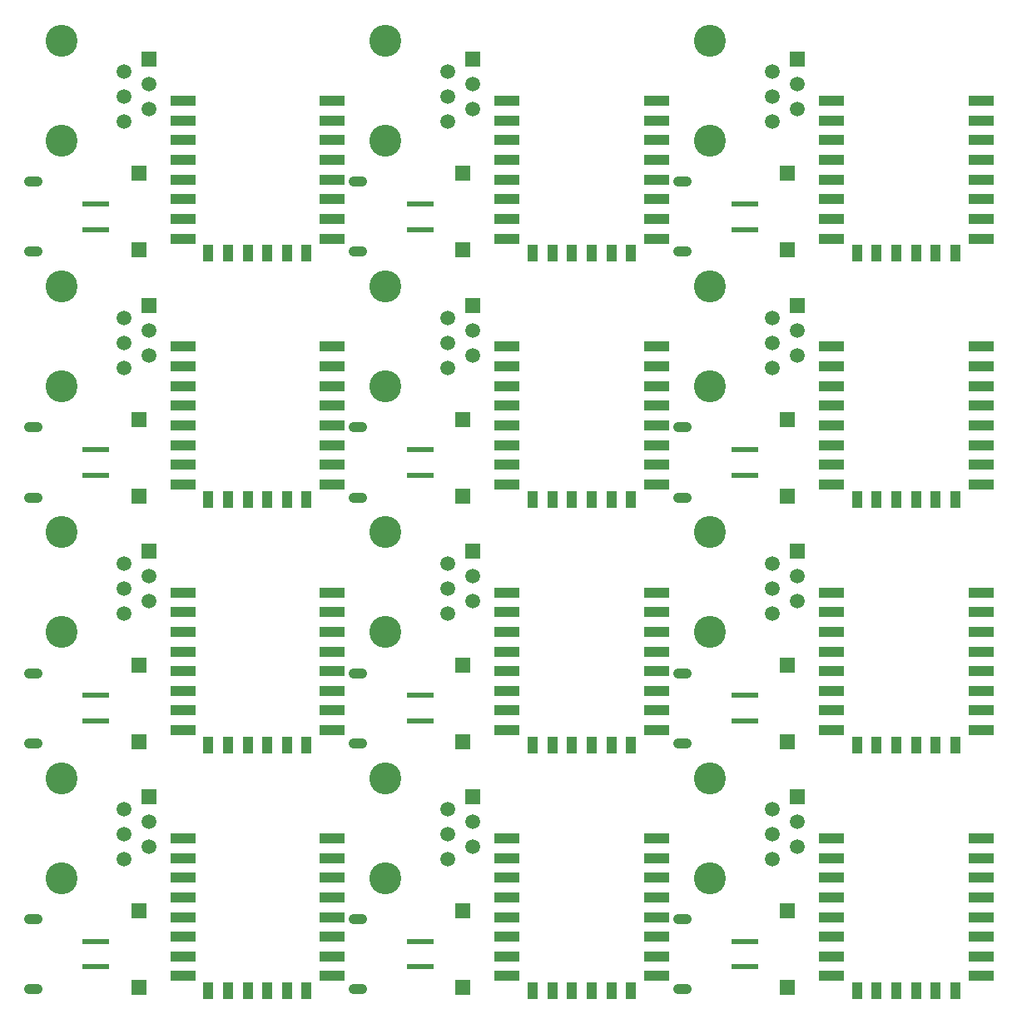
<source format=gbr>
%TF.GenerationSoftware,KiCad,Pcbnew,(5.1.9)-1*%
%TF.CreationDate,2021-08-15T14:18:07+02:00*%
%TF.ProjectId,IM350_AM550_5V_V3.0_multi,494d3335-305f-4414-9d35-35305f35565f,rev?*%
%TF.SameCoordinates,Original*%
%TF.FileFunction,Soldermask,Top*%
%TF.FilePolarity,Negative*%
%FSLAX46Y46*%
G04 Gerber Fmt 4.6, Leading zero omitted, Abs format (unit mm)*
G04 Created by KiCad (PCBNEW (5.1.9)-1) date 2021-08-15 14:18:07*
%MOMM*%
%LPD*%
G01*
G04 APERTURE LIST*
%ADD10R,2.500000X1.000000*%
%ADD11R,1.000000X1.800000*%
%ADD12R,2.800000X0.600000*%
%ADD13O,1.900000X1.050000*%
%ADD14R,1.500000X1.500000*%
%ADD15C,3.250000*%
%ADD16C,1.520000*%
%ADD17R,1.520000X1.520000*%
G04 APERTURE END LIST*
D10*
%TO.C,U2*%
X80675000Y-128725000D03*
X80675000Y-130725000D03*
X80675000Y-132725000D03*
X80675000Y-134725000D03*
X80675000Y-136725000D03*
X80675000Y-138725000D03*
X80675000Y-140725000D03*
X80675000Y-142725000D03*
D11*
X78075000Y-144225000D03*
X76075000Y-144225000D03*
X74075000Y-144225000D03*
X72075000Y-144225000D03*
X70075000Y-144225000D03*
X68075000Y-144225000D03*
D10*
X65475000Y-142725000D03*
X65475000Y-140725000D03*
X65475000Y-138725000D03*
X65475000Y-136725000D03*
X65475000Y-134725000D03*
X65475000Y-132725000D03*
X65475000Y-130725000D03*
X65475000Y-128725000D03*
%TD*%
D12*
%TO.C,J1*%
X56650000Y-139200000D03*
X56650000Y-141800000D03*
D13*
X50300000Y-136925000D03*
X50300000Y-144075000D03*
%TD*%
D14*
%TO.C,SW2*%
X94000000Y-136100000D03*
X94000000Y-143900000D03*
%TD*%
D15*
%TO.C,J2*%
X119110000Y-132750000D03*
D16*
X125460000Y-130850000D03*
X128000000Y-129580000D03*
X125460000Y-128310000D03*
X128000000Y-127040000D03*
X125460000Y-125770000D03*
D15*
X119110000Y-122590000D03*
D17*
X128000000Y-124500000D03*
%TD*%
D14*
%TO.C,SW2*%
X127000000Y-143900000D03*
X127000000Y-136100000D03*
%TD*%
D15*
%TO.C,J2*%
X53110000Y-132750000D03*
D16*
X59460000Y-130850000D03*
X62000000Y-129580000D03*
X59460000Y-128310000D03*
X62000000Y-127040000D03*
X59460000Y-125770000D03*
D15*
X53110000Y-122590000D03*
D17*
X62000000Y-124500000D03*
%TD*%
D14*
%TO.C,SW2*%
X61000000Y-143900000D03*
X61000000Y-136100000D03*
%TD*%
D10*
%TO.C,U2*%
X98475000Y-128725000D03*
X98475000Y-130725000D03*
X98475000Y-132725000D03*
X98475000Y-134725000D03*
X98475000Y-136725000D03*
X98475000Y-138725000D03*
X98475000Y-140725000D03*
X98475000Y-142725000D03*
D11*
X101075000Y-144225000D03*
X103075000Y-144225000D03*
X105075000Y-144225000D03*
X107075000Y-144225000D03*
X109075000Y-144225000D03*
X111075000Y-144225000D03*
D10*
X113675000Y-142725000D03*
X113675000Y-140725000D03*
X113675000Y-138725000D03*
X113675000Y-136725000D03*
X113675000Y-134725000D03*
X113675000Y-132725000D03*
X113675000Y-130725000D03*
X113675000Y-128725000D03*
%TD*%
%TO.C,U2*%
X146675000Y-128725000D03*
X146675000Y-130725000D03*
X146675000Y-132725000D03*
X146675000Y-134725000D03*
X146675000Y-136725000D03*
X146675000Y-138725000D03*
X146675000Y-140725000D03*
X146675000Y-142725000D03*
D11*
X144075000Y-144225000D03*
X142075000Y-144225000D03*
X140075000Y-144225000D03*
X138075000Y-144225000D03*
X136075000Y-144225000D03*
X134075000Y-144225000D03*
D10*
X131475000Y-142725000D03*
X131475000Y-140725000D03*
X131475000Y-138725000D03*
X131475000Y-136725000D03*
X131475000Y-134725000D03*
X131475000Y-132725000D03*
X131475000Y-130725000D03*
X131475000Y-128725000D03*
%TD*%
D17*
%TO.C,J2*%
X95000000Y-124500000D03*
D15*
X86110000Y-122590000D03*
D16*
X92460000Y-125770000D03*
X95000000Y-127040000D03*
X92460000Y-128310000D03*
X95000000Y-129580000D03*
X92460000Y-130850000D03*
D15*
X86110000Y-132750000D03*
%TD*%
D13*
%TO.C,J1*%
X83300000Y-144075000D03*
X83300000Y-136925000D03*
D12*
X89650000Y-141800000D03*
X89650000Y-139200000D03*
%TD*%
%TO.C,J1*%
X122650000Y-139200000D03*
X122650000Y-141800000D03*
D13*
X116300000Y-136925000D03*
X116300000Y-144075000D03*
%TD*%
D10*
%TO.C,U2*%
X65475000Y-103725000D03*
X65475000Y-105725000D03*
X65475000Y-107725000D03*
X65475000Y-109725000D03*
X65475000Y-111725000D03*
X65475000Y-113725000D03*
X65475000Y-115725000D03*
X65475000Y-117725000D03*
D11*
X68075000Y-119225000D03*
X70075000Y-119225000D03*
X72075000Y-119225000D03*
X74075000Y-119225000D03*
X76075000Y-119225000D03*
X78075000Y-119225000D03*
D10*
X80675000Y-117725000D03*
X80675000Y-115725000D03*
X80675000Y-113725000D03*
X80675000Y-111725000D03*
X80675000Y-109725000D03*
X80675000Y-107725000D03*
X80675000Y-105725000D03*
X80675000Y-103725000D03*
%TD*%
D13*
%TO.C,J1*%
X50300000Y-119075000D03*
X50300000Y-111925000D03*
D12*
X56650000Y-116800000D03*
X56650000Y-114200000D03*
%TD*%
D14*
%TO.C,SW2*%
X127000000Y-111100000D03*
X127000000Y-118900000D03*
%TD*%
D17*
%TO.C,J2*%
X62000000Y-99500000D03*
D15*
X53110000Y-97590000D03*
D16*
X59460000Y-100770000D03*
X62000000Y-102040000D03*
X59460000Y-103310000D03*
X62000000Y-104580000D03*
X59460000Y-105850000D03*
D15*
X53110000Y-107750000D03*
%TD*%
D17*
%TO.C,J2*%
X128000000Y-99500000D03*
D15*
X119110000Y-97590000D03*
D16*
X125460000Y-100770000D03*
X128000000Y-102040000D03*
X125460000Y-103310000D03*
X128000000Y-104580000D03*
X125460000Y-105850000D03*
D15*
X119110000Y-107750000D03*
%TD*%
D14*
%TO.C,SW2*%
X94000000Y-118900000D03*
X94000000Y-111100000D03*
%TD*%
%TO.C,SW2*%
X61000000Y-111100000D03*
X61000000Y-118900000D03*
%TD*%
D10*
%TO.C,U2*%
X113675000Y-103725000D03*
X113675000Y-105725000D03*
X113675000Y-107725000D03*
X113675000Y-109725000D03*
X113675000Y-111725000D03*
X113675000Y-113725000D03*
X113675000Y-115725000D03*
X113675000Y-117725000D03*
D11*
X111075000Y-119225000D03*
X109075000Y-119225000D03*
X107075000Y-119225000D03*
X105075000Y-119225000D03*
X103075000Y-119225000D03*
X101075000Y-119225000D03*
D10*
X98475000Y-117725000D03*
X98475000Y-115725000D03*
X98475000Y-113725000D03*
X98475000Y-111725000D03*
X98475000Y-109725000D03*
X98475000Y-107725000D03*
X98475000Y-105725000D03*
X98475000Y-103725000D03*
%TD*%
%TO.C,U2*%
X131475000Y-103725000D03*
X131475000Y-105725000D03*
X131475000Y-107725000D03*
X131475000Y-109725000D03*
X131475000Y-111725000D03*
X131475000Y-113725000D03*
X131475000Y-115725000D03*
X131475000Y-117725000D03*
D11*
X134075000Y-119225000D03*
X136075000Y-119225000D03*
X138075000Y-119225000D03*
X140075000Y-119225000D03*
X142075000Y-119225000D03*
X144075000Y-119225000D03*
D10*
X146675000Y-117725000D03*
X146675000Y-115725000D03*
X146675000Y-113725000D03*
X146675000Y-111725000D03*
X146675000Y-109725000D03*
X146675000Y-107725000D03*
X146675000Y-105725000D03*
X146675000Y-103725000D03*
%TD*%
D15*
%TO.C,J2*%
X86110000Y-107750000D03*
D16*
X92460000Y-105850000D03*
X95000000Y-104580000D03*
X92460000Y-103310000D03*
X95000000Y-102040000D03*
X92460000Y-100770000D03*
D15*
X86110000Y-97590000D03*
D17*
X95000000Y-99500000D03*
%TD*%
D13*
%TO.C,J1*%
X116300000Y-119075000D03*
X116300000Y-111925000D03*
D12*
X122650000Y-116800000D03*
X122650000Y-114200000D03*
%TD*%
%TO.C,J1*%
X89650000Y-114200000D03*
X89650000Y-116800000D03*
D13*
X83300000Y-111925000D03*
X83300000Y-119075000D03*
%TD*%
D10*
%TO.C,U2*%
X98475000Y-78725000D03*
X98475000Y-80725000D03*
X98475000Y-82725000D03*
X98475000Y-84725000D03*
X98475000Y-86725000D03*
X98475000Y-88725000D03*
X98475000Y-90725000D03*
X98475000Y-92725000D03*
D11*
X101075000Y-94225000D03*
X103075000Y-94225000D03*
X105075000Y-94225000D03*
X107075000Y-94225000D03*
X109075000Y-94225000D03*
X111075000Y-94225000D03*
D10*
X113675000Y-92725000D03*
X113675000Y-90725000D03*
X113675000Y-88725000D03*
X113675000Y-86725000D03*
X113675000Y-84725000D03*
X113675000Y-82725000D03*
X113675000Y-80725000D03*
X113675000Y-78725000D03*
%TD*%
D17*
%TO.C,J2*%
X95000000Y-74500000D03*
D15*
X86110000Y-72590000D03*
D16*
X92460000Y-75770000D03*
X95000000Y-77040000D03*
X92460000Y-78310000D03*
X95000000Y-79580000D03*
X92460000Y-80850000D03*
D15*
X86110000Y-82750000D03*
%TD*%
D13*
%TO.C,J1*%
X83300000Y-94075000D03*
X83300000Y-86925000D03*
D12*
X89650000Y-91800000D03*
X89650000Y-89200000D03*
%TD*%
%TO.C,J1*%
X122650000Y-89200000D03*
X122650000Y-91800000D03*
D13*
X116300000Y-86925000D03*
X116300000Y-94075000D03*
%TD*%
D10*
%TO.C,U2*%
X146675000Y-78725000D03*
X146675000Y-80725000D03*
X146675000Y-82725000D03*
X146675000Y-84725000D03*
X146675000Y-86725000D03*
X146675000Y-88725000D03*
X146675000Y-90725000D03*
X146675000Y-92725000D03*
D11*
X144075000Y-94225000D03*
X142075000Y-94225000D03*
X140075000Y-94225000D03*
X138075000Y-94225000D03*
X136075000Y-94225000D03*
X134075000Y-94225000D03*
D10*
X131475000Y-92725000D03*
X131475000Y-90725000D03*
X131475000Y-88725000D03*
X131475000Y-86725000D03*
X131475000Y-84725000D03*
X131475000Y-82725000D03*
X131475000Y-80725000D03*
X131475000Y-78725000D03*
%TD*%
D15*
%TO.C,J2*%
X119110000Y-82750000D03*
D16*
X125460000Y-80850000D03*
X128000000Y-79580000D03*
X125460000Y-78310000D03*
X128000000Y-77040000D03*
X125460000Y-75770000D03*
D15*
X119110000Y-72590000D03*
D17*
X128000000Y-74500000D03*
%TD*%
D14*
%TO.C,SW2*%
X127000000Y-93900000D03*
X127000000Y-86100000D03*
%TD*%
D12*
%TO.C,J1*%
X56650000Y-89200000D03*
X56650000Y-91800000D03*
D13*
X50300000Y-86925000D03*
X50300000Y-94075000D03*
%TD*%
D15*
%TO.C,J2*%
X53110000Y-82750000D03*
D16*
X59460000Y-80850000D03*
X62000000Y-79580000D03*
X59460000Y-78310000D03*
X62000000Y-77040000D03*
X59460000Y-75770000D03*
D15*
X53110000Y-72590000D03*
D17*
X62000000Y-74500000D03*
%TD*%
D10*
%TO.C,U2*%
X80675000Y-78725000D03*
X80675000Y-80725000D03*
X80675000Y-82725000D03*
X80675000Y-84725000D03*
X80675000Y-86725000D03*
X80675000Y-88725000D03*
X80675000Y-90725000D03*
X80675000Y-92725000D03*
D11*
X78075000Y-94225000D03*
X76075000Y-94225000D03*
X74075000Y-94225000D03*
X72075000Y-94225000D03*
X70075000Y-94225000D03*
X68075000Y-94225000D03*
D10*
X65475000Y-92725000D03*
X65475000Y-90725000D03*
X65475000Y-88725000D03*
X65475000Y-86725000D03*
X65475000Y-84725000D03*
X65475000Y-82725000D03*
X65475000Y-80725000D03*
X65475000Y-78725000D03*
%TD*%
D14*
%TO.C,SW2*%
X61000000Y-93900000D03*
X61000000Y-86100000D03*
%TD*%
%TO.C,SW2*%
X94000000Y-86100000D03*
X94000000Y-93900000D03*
%TD*%
D10*
%TO.C,U2*%
X131475000Y-53725000D03*
X131475000Y-55725000D03*
X131475000Y-57725000D03*
X131475000Y-59725000D03*
X131475000Y-61725000D03*
X131475000Y-63725000D03*
X131475000Y-65725000D03*
X131475000Y-67725000D03*
D11*
X134075000Y-69225000D03*
X136075000Y-69225000D03*
X138075000Y-69225000D03*
X140075000Y-69225000D03*
X142075000Y-69225000D03*
X144075000Y-69225000D03*
D10*
X146675000Y-67725000D03*
X146675000Y-65725000D03*
X146675000Y-63725000D03*
X146675000Y-61725000D03*
X146675000Y-59725000D03*
X146675000Y-57725000D03*
X146675000Y-55725000D03*
X146675000Y-53725000D03*
%TD*%
D17*
%TO.C,J2*%
X128000000Y-49500000D03*
D15*
X119110000Y-47590000D03*
D16*
X125460000Y-50770000D03*
X128000000Y-52040000D03*
X125460000Y-53310000D03*
X128000000Y-54580000D03*
X125460000Y-55850000D03*
D15*
X119110000Y-57750000D03*
%TD*%
D13*
%TO.C,J1*%
X116300000Y-69075000D03*
X116300000Y-61925000D03*
D12*
X122650000Y-66800000D03*
X122650000Y-64200000D03*
%TD*%
D14*
%TO.C,SW2*%
X127000000Y-61100000D03*
X127000000Y-68900000D03*
%TD*%
D12*
%TO.C,J1*%
X89650000Y-64200000D03*
X89650000Y-66800000D03*
D13*
X83300000Y-61925000D03*
X83300000Y-69075000D03*
%TD*%
D15*
%TO.C,J2*%
X86110000Y-57750000D03*
D16*
X92460000Y-55850000D03*
X95000000Y-54580000D03*
X92460000Y-53310000D03*
X95000000Y-52040000D03*
X92460000Y-50770000D03*
D15*
X86110000Y-47590000D03*
D17*
X95000000Y-49500000D03*
%TD*%
D10*
%TO.C,U2*%
X113675000Y-53725000D03*
X113675000Y-55725000D03*
X113675000Y-57725000D03*
X113675000Y-59725000D03*
X113675000Y-61725000D03*
X113675000Y-63725000D03*
X113675000Y-65725000D03*
X113675000Y-67725000D03*
D11*
X111075000Y-69225000D03*
X109075000Y-69225000D03*
X107075000Y-69225000D03*
X105075000Y-69225000D03*
X103075000Y-69225000D03*
X101075000Y-69225000D03*
D10*
X98475000Y-67725000D03*
X98475000Y-65725000D03*
X98475000Y-63725000D03*
X98475000Y-61725000D03*
X98475000Y-59725000D03*
X98475000Y-57725000D03*
X98475000Y-55725000D03*
X98475000Y-53725000D03*
%TD*%
D14*
%TO.C,SW2*%
X94000000Y-68900000D03*
X94000000Y-61100000D03*
%TD*%
%TO.C,SW2*%
X61000000Y-61100000D03*
X61000000Y-68900000D03*
%TD*%
D17*
%TO.C,J2*%
X62000000Y-49500000D03*
D15*
X53110000Y-47590000D03*
D16*
X59460000Y-50770000D03*
X62000000Y-52040000D03*
X59460000Y-53310000D03*
X62000000Y-54580000D03*
X59460000Y-55850000D03*
D15*
X53110000Y-57750000D03*
%TD*%
D13*
%TO.C,J1*%
X50300000Y-69075000D03*
X50300000Y-61925000D03*
D12*
X56650000Y-66800000D03*
X56650000Y-64200000D03*
%TD*%
D10*
%TO.C,U2*%
X65475000Y-53725000D03*
X65475000Y-55725000D03*
X65475000Y-57725000D03*
X65475000Y-59725000D03*
X65475000Y-61725000D03*
X65475000Y-63725000D03*
X65475000Y-65725000D03*
X65475000Y-67725000D03*
D11*
X68075000Y-69225000D03*
X70075000Y-69225000D03*
X72075000Y-69225000D03*
X74075000Y-69225000D03*
X76075000Y-69225000D03*
X78075000Y-69225000D03*
D10*
X80675000Y-67725000D03*
X80675000Y-65725000D03*
X80675000Y-63725000D03*
X80675000Y-61725000D03*
X80675000Y-59725000D03*
X80675000Y-57725000D03*
X80675000Y-55725000D03*
X80675000Y-53725000D03*
%TD*%
M02*

</source>
